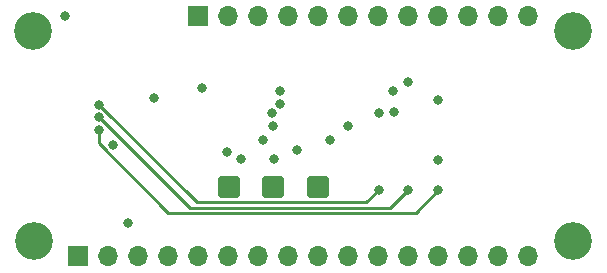
<source format=gbr>
%TF.GenerationSoftware,KiCad,Pcbnew,(6.0.10-0)*%
%TF.CreationDate,2023-01-20T18:51:18-05:00*%
%TF.ProjectId,EyeSPI-Featherwing,45796553-5049-42d4-9665-617468657277,1.0.0*%
%TF.SameCoordinates,Original*%
%TF.FileFunction,Copper,L2,Inr*%
%TF.FilePolarity,Positive*%
%FSLAX46Y46*%
G04 Gerber Fmt 4.6, Leading zero omitted, Abs format (unit mm)*
G04 Created by KiCad (PCBNEW (6.0.10-0)) date 2023-01-20 18:51:18*
%MOMM*%
%LPD*%
G01*
G04 APERTURE LIST*
G04 Aperture macros list*
%AMRoundRect*
0 Rectangle with rounded corners*
0 $1 Rounding radius*
0 $2 $3 $4 $5 $6 $7 $8 $9 X,Y pos of 4 corners*
0 Add a 4 corners polygon primitive as box body*
4,1,4,$2,$3,$4,$5,$6,$7,$8,$9,$2,$3,0*
0 Add four circle primitives for the rounded corners*
1,1,$1+$1,$2,$3*
1,1,$1+$1,$4,$5*
1,1,$1+$1,$6,$7*
1,1,$1+$1,$8,$9*
0 Add four rect primitives between the rounded corners*
20,1,$1+$1,$2,$3,$4,$5,0*
20,1,$1+$1,$4,$5,$6,$7,0*
20,1,$1+$1,$6,$7,$8,$9,0*
20,1,$1+$1,$8,$9,$2,$3,0*%
G04 Aperture macros list end*
%TA.AperFunction,ComponentPad*%
%ADD10RoundRect,0.250000X-0.675000X-0.675000X0.675000X-0.675000X0.675000X0.675000X-0.675000X0.675000X0*%
%TD*%
%TA.AperFunction,ComponentPad*%
%ADD11R,1.700000X1.700000*%
%TD*%
%TA.AperFunction,ComponentPad*%
%ADD12O,1.700000X1.700000*%
%TD*%
%TA.AperFunction,ViaPad*%
%ADD13C,3.200000*%
%TD*%
%TA.AperFunction,ViaPad*%
%ADD14C,0.800000*%
%TD*%
%TA.AperFunction,Conductor*%
%ADD15C,0.250000*%
%TD*%
G04 APERTURE END LIST*
D10*
%TO.N,/GPIO2*%
%TO.C,J108*%
X142176500Y-109308343D03*
%TD*%
%TO.N,/~{MEM_CS}*%
%TO.C,J109*%
X149745700Y-109308343D03*
%TD*%
%TO.N,/GPIO1*%
%TO.C,J107*%
X145961100Y-109308343D03*
%TD*%
D11*
%TO.N,/VBAT*%
%TO.C,J102*%
X139611100Y-94843600D03*
D12*
%TO.N,/EN*%
X142151100Y-94843600D03*
%TO.N,/VBUS*%
X144691100Y-94843600D03*
%TO.N,/13*%
X147231100Y-94843600D03*
%TO.N,/12*%
X149771100Y-94843600D03*
%TO.N,/11*%
X152311100Y-94843600D03*
%TO.N,/10*%
X154851100Y-94843600D03*
%TO.N,/9*%
X157391100Y-94843600D03*
%TO.N,/6*%
X159931100Y-94843600D03*
%TO.N,/5*%
X162471100Y-94843600D03*
%TO.N,/SCL*%
X165011100Y-94843600D03*
%TO.N,/SDA*%
X167551100Y-94843600D03*
%TD*%
D11*
%TO.N,/~{RST}*%
%TO.C,J101*%
X129451100Y-115163600D03*
D12*
%TO.N,+3V3*%
X131991100Y-115163600D03*
%TO.N,/AREF*%
X134531100Y-115163600D03*
%TO.N,GND*%
X137071100Y-115163600D03*
%TO.N,/A0*%
X139611100Y-115163600D03*
%TO.N,/A1*%
X142151100Y-115163600D03*
%TO.N,/A2*%
X144691100Y-115163600D03*
%TO.N,/A3*%
X147231100Y-115163600D03*
%TO.N,/A4*%
X149771100Y-115163600D03*
%TO.N,/A5*%
X152311100Y-115163600D03*
%TO.N,/SCK*%
X154851100Y-115163600D03*
%TO.N,/MOSI*%
X157391100Y-115163600D03*
%TO.N,/MISO*%
X159931100Y-115163600D03*
%TO.N,/0 RX*%
X162471100Y-115163600D03*
%TO.N,/1 TX*%
X165011100Y-115163600D03*
%TO.N,GND*%
X167551100Y-115163600D03*
%TD*%
D13*
%TO.N,*%
X171361100Y-113893600D03*
X171361100Y-96113600D03*
X125730000Y-113893600D03*
X125641100Y-96113600D03*
D14*
%TO.N,GND*%
X135826500Y-101752400D03*
X128333500Y-94843600D03*
%TO.N,/~{RST}*%
X159931100Y-107010200D03*
X159931100Y-101879400D03*
%TO.N,/EYESPI_SCK*%
X131203700Y-102311200D03*
X154876500Y-109524800D03*
%TO.N,/EYESPI_MOSI*%
X131203700Y-103352600D03*
X157365700Y-109524800D03*
%TO.N,/EYESPI_MISO*%
X131203700Y-104444800D03*
X159931100Y-109550200D03*
%TO.N,/TFT_DC*%
X157391100Y-100406200D03*
X139941300Y-100914200D03*
%TO.N,/~{TFT_RST}*%
X146506600Y-101193600D03*
X156121100Y-101168200D03*
%TO.N,/~{TFT_CS}*%
X156146500Y-102895400D03*
X146506600Y-102235000D03*
%TO.N,/~{CARD_CS}*%
X154876500Y-103022400D03*
X145859500Y-103047800D03*
%TO.N,/~{MEM_CS}*%
X132397500Y-105765600D03*
%TO.N,/EYESPI_SCL*%
X145097500Y-105333800D03*
X150736300Y-105333800D03*
%TO.N,/EYESPI_SDA*%
X147993100Y-106121200D03*
X142074900Y-106324400D03*
%TO.N,/INT*%
X143230183Y-106871700D03*
X146050000Y-106921300D03*
%TO.N,/~{TS_CS}*%
X145935700Y-104140000D03*
X152311100Y-104114600D03*
%TO.N,+3V3*%
X133642100Y-112318800D03*
%TD*%
D15*
%TO.N,/EYESPI_SCK*%
X153829700Y-110571600D02*
X139464100Y-110571600D01*
X154876500Y-109524800D02*
X153829700Y-110571600D01*
X139464100Y-110571600D02*
X131203700Y-102311200D01*
%TO.N,/EYESPI_MOSI*%
X157365700Y-109524800D02*
X155868900Y-111021600D01*
X155868900Y-111021600D02*
X138872700Y-111021600D01*
X138872700Y-111021600D02*
X131203700Y-103352600D01*
%TO.N,/EYESPI_MISO*%
X131203700Y-105597105D02*
X131203700Y-104444800D01*
X137078195Y-111471600D02*
X131203700Y-105597105D01*
X159931100Y-109550200D02*
X158009700Y-111471600D01*
X158009700Y-111471600D02*
X137078195Y-111471600D01*
%TD*%
M02*

</source>
